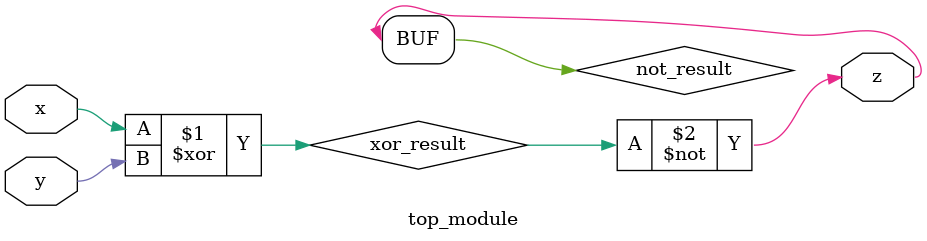
<source format=sv>
module top_module(
  input x,
  input y,
  output z);

  // XOR gate
  wire xor_result;
  assign xor_result = x ^ y;

  // NOT gate
  wire not_result;
  assign not_result = ~xor_result;

  // Output
  assign z = not_result;

endmodule

</source>
